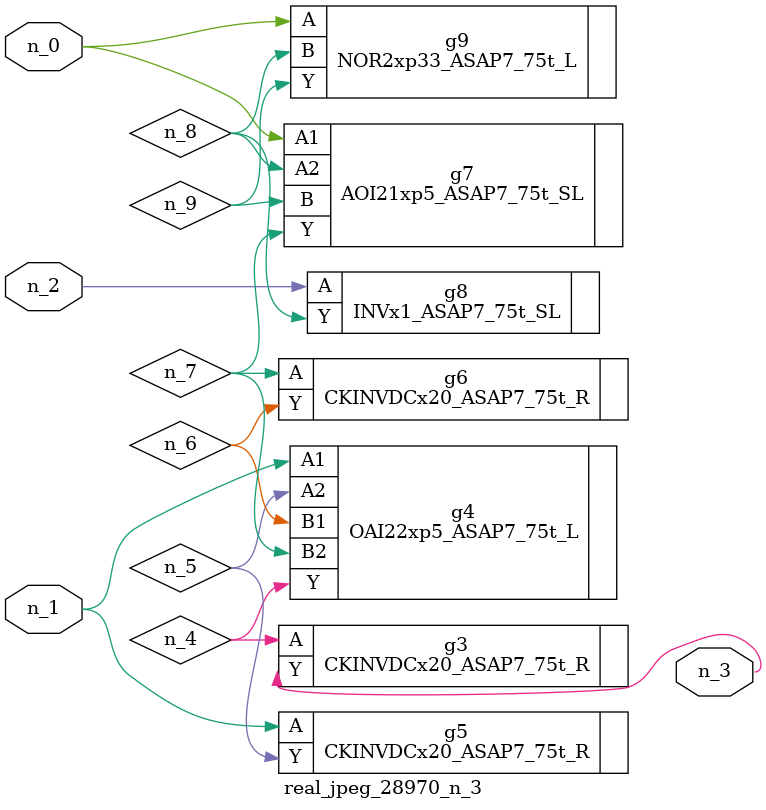
<source format=v>
module real_jpeg_28970_n_3 (n_1, n_0, n_2, n_3);

input n_1;
input n_0;
input n_2;

output n_3;

wire n_5;
wire n_8;
wire n_4;
wire n_6;
wire n_7;
wire n_9;

AOI21xp5_ASAP7_75t_SL g7 ( 
.A1(n_0),
.A2(n_8),
.B(n_9),
.Y(n_7)
);

NOR2xp33_ASAP7_75t_L g9 ( 
.A(n_0),
.B(n_8),
.Y(n_9)
);

OAI22xp5_ASAP7_75t_L g4 ( 
.A1(n_1),
.A2(n_5),
.B1(n_6),
.B2(n_7),
.Y(n_4)
);

CKINVDCx20_ASAP7_75t_R g5 ( 
.A(n_1),
.Y(n_5)
);

INVx1_ASAP7_75t_SL g8 ( 
.A(n_2),
.Y(n_8)
);

CKINVDCx20_ASAP7_75t_R g3 ( 
.A(n_4),
.Y(n_3)
);

CKINVDCx20_ASAP7_75t_R g6 ( 
.A(n_7),
.Y(n_6)
);


endmodule
</source>
